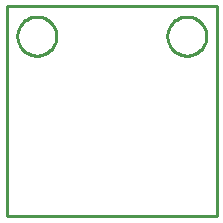
<source format=gbr>
G04 EAGLE Gerber RS-274X export*
G75*
%MOMM*%
%FSLAX34Y34*%
%LPD*%
%IN*%
%IPPOS*%
%AMOC8*
5,1,8,0,0,1.08239X$1,22.5*%
G01*
%ADD10C,0.254000*%


D10*
X0Y0D02*
X177600Y0D01*
X177800Y177800D01*
X0Y177800D01*
X0Y0D01*
X41910Y151860D02*
X41839Y150781D01*
X41698Y149709D01*
X41487Y148649D01*
X41208Y147605D01*
X40860Y146581D01*
X40446Y145583D01*
X39968Y144613D01*
X39428Y143677D01*
X38827Y142778D01*
X38169Y141921D01*
X37457Y141108D01*
X36692Y140344D01*
X35879Y139631D01*
X35022Y138973D01*
X34123Y138372D01*
X33187Y137832D01*
X32217Y137354D01*
X31219Y136940D01*
X30195Y136592D01*
X29151Y136313D01*
X28091Y136102D01*
X27019Y135961D01*
X25940Y135890D01*
X24860Y135890D01*
X23781Y135961D01*
X22709Y136102D01*
X21649Y136313D01*
X20605Y136592D01*
X19581Y136940D01*
X18583Y137354D01*
X17613Y137832D01*
X16677Y138372D01*
X15778Y138973D01*
X14921Y139631D01*
X14108Y140344D01*
X13344Y141108D01*
X12631Y141921D01*
X11973Y142778D01*
X11372Y143677D01*
X10832Y144613D01*
X10354Y145583D01*
X9940Y146581D01*
X9592Y147605D01*
X9313Y148649D01*
X9102Y149709D01*
X8961Y150781D01*
X8890Y151860D01*
X8890Y152940D01*
X8961Y154019D01*
X9102Y155091D01*
X9313Y156151D01*
X9592Y157195D01*
X9940Y158219D01*
X10354Y159217D01*
X10832Y160187D01*
X11372Y161123D01*
X11973Y162022D01*
X12631Y162879D01*
X13344Y163692D01*
X14108Y164457D01*
X14921Y165169D01*
X15778Y165827D01*
X16677Y166428D01*
X17613Y166968D01*
X18583Y167446D01*
X19581Y167860D01*
X20605Y168208D01*
X21649Y168487D01*
X22709Y168698D01*
X23781Y168839D01*
X24860Y168910D01*
X25940Y168910D01*
X27019Y168839D01*
X28091Y168698D01*
X29151Y168487D01*
X30195Y168208D01*
X31219Y167860D01*
X32217Y167446D01*
X33187Y166968D01*
X34123Y166428D01*
X35022Y165827D01*
X35879Y165169D01*
X36692Y164457D01*
X37457Y163692D01*
X38169Y162879D01*
X38827Y162022D01*
X39428Y161123D01*
X39968Y160187D01*
X40446Y159217D01*
X40860Y158219D01*
X41208Y157195D01*
X41487Y156151D01*
X41698Y155091D01*
X41839Y154019D01*
X41910Y152940D01*
X41910Y151860D01*
X168910Y151860D02*
X168839Y150781D01*
X168698Y149709D01*
X168487Y148649D01*
X168208Y147605D01*
X167860Y146581D01*
X167446Y145583D01*
X166968Y144613D01*
X166428Y143677D01*
X165827Y142778D01*
X165169Y141921D01*
X164457Y141108D01*
X163692Y140344D01*
X162879Y139631D01*
X162022Y138973D01*
X161123Y138372D01*
X160187Y137832D01*
X159217Y137354D01*
X158219Y136940D01*
X157195Y136592D01*
X156151Y136313D01*
X155091Y136102D01*
X154019Y135961D01*
X152940Y135890D01*
X151860Y135890D01*
X150781Y135961D01*
X149709Y136102D01*
X148649Y136313D01*
X147605Y136592D01*
X146581Y136940D01*
X145583Y137354D01*
X144613Y137832D01*
X143677Y138372D01*
X142778Y138973D01*
X141921Y139631D01*
X141108Y140344D01*
X140344Y141108D01*
X139631Y141921D01*
X138973Y142778D01*
X138372Y143677D01*
X137832Y144613D01*
X137354Y145583D01*
X136940Y146581D01*
X136592Y147605D01*
X136313Y148649D01*
X136102Y149709D01*
X135961Y150781D01*
X135890Y151860D01*
X135890Y152940D01*
X135961Y154019D01*
X136102Y155091D01*
X136313Y156151D01*
X136592Y157195D01*
X136940Y158219D01*
X137354Y159217D01*
X137832Y160187D01*
X138372Y161123D01*
X138973Y162022D01*
X139631Y162879D01*
X140344Y163692D01*
X141108Y164457D01*
X141921Y165169D01*
X142778Y165827D01*
X143677Y166428D01*
X144613Y166968D01*
X145583Y167446D01*
X146581Y167860D01*
X147605Y168208D01*
X148649Y168487D01*
X149709Y168698D01*
X150781Y168839D01*
X151860Y168910D01*
X152940Y168910D01*
X154019Y168839D01*
X155091Y168698D01*
X156151Y168487D01*
X157195Y168208D01*
X158219Y167860D01*
X159217Y167446D01*
X160187Y166968D01*
X161123Y166428D01*
X162022Y165827D01*
X162879Y165169D01*
X163692Y164457D01*
X164457Y163692D01*
X165169Y162879D01*
X165827Y162022D01*
X166428Y161123D01*
X166968Y160187D01*
X167446Y159217D01*
X167860Y158219D01*
X168208Y157195D01*
X168487Y156151D01*
X168698Y155091D01*
X168839Y154019D01*
X168910Y152940D01*
X168910Y151860D01*
M02*

</source>
